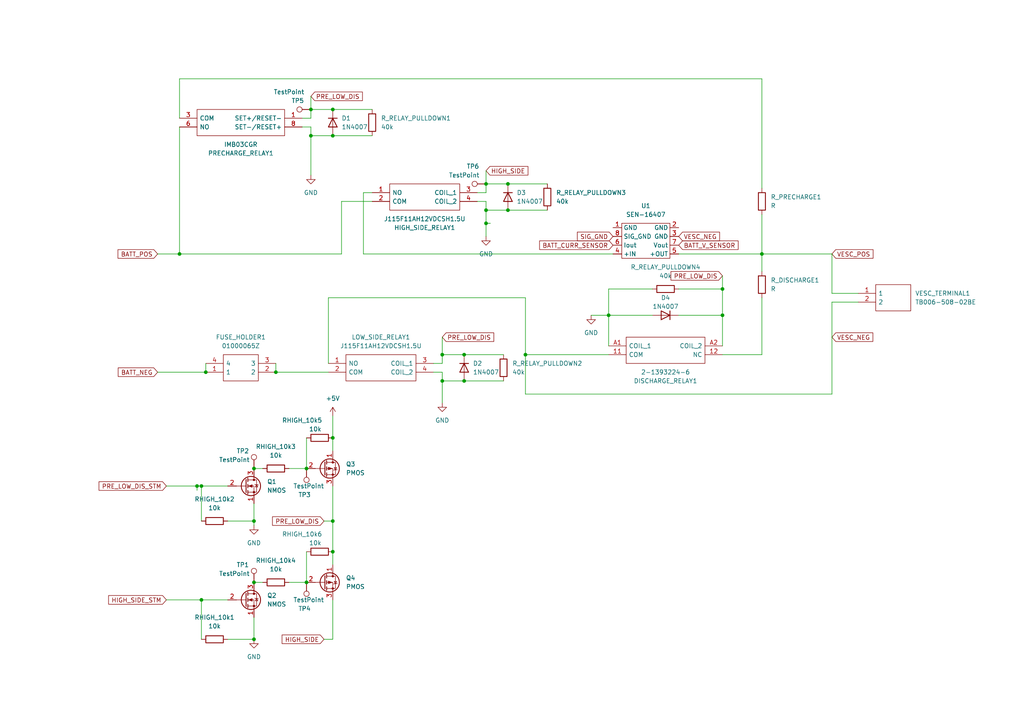
<source format=kicad_sch>
(kicad_sch (version 20211123) (generator eeschema)
  (paper "A4")
  (lib_symbols
    (symbol "Connector:TestPoint" (pin_numbers hide) (pin_names (offset 0.762) hide)
      (property "Reference" "TP" (at 0 6.858 0))
      (property "Value" "TestPoint" (at 0 5.08 0))
      (symbol "TestPoint_0_1"
        (circle (center 0 3.302) (radius 0.762))
      )
      (symbol "TestPoint_1_1"
        (pin passive line (at 0 0 90) (length 2.54) (name "1") (number "1"))
      )
    )
    (symbol "Device:Q_PMOS_DGS" (pin_names (offset 0) hide)
      (property "Reference" "Q" (at 5.08 1.27 0))
      (property "Value" "Q_PMOS_DGS" (at 5.08 -1.27 0))
      (symbol "Q_PMOS_DGS_0_1"
        (polyline (pts (xy 0.254 0) (xy -2.54 0)))
        (polyline (pts (xy 0.254 1.905) (xy 0.254 -1.905)) (stroke (width 0.254)))
        (polyline (pts (xy 0.762 -1.27) (xy 0.762 -2.286)) (stroke (width 0.254)))
        (polyline (pts (xy 0.762 0.508) (xy 0.762 -0.508)) (stroke (width 0.254)))
        (polyline (pts (xy 0.762 2.286) (xy 0.762 1.27)) (stroke (width 0.254)))
        (polyline (pts (xy 2.54 2.54) (xy 2.54 1.778)))
        (polyline (pts (xy 2.54 -2.54) (xy 2.54 0) (xy 0.762 0)))
        (polyline (pts (xy 0.762 1.778) (xy 3.302 1.778) (xy 3.302 -1.778) (xy 0.762 -1.778)))
        (polyline (pts (xy 2.286 0) (xy 1.27 0.381) (xy 1.27 -0.381) (xy 2.286 0)) (fill (type outline)))
        (polyline (pts (xy 2.794 -0.508) (xy 2.921 -0.381) (xy 3.683 -0.381) (xy 3.81 -0.254)))
        (polyline (pts (xy 3.302 -0.381) (xy 2.921 0.254) (xy 3.683 0.254) (xy 3.302 -0.381)))
        (circle (center 1.651 0) (radius 2.794) (stroke (width 0.254)))
        (circle (center 2.54 -1.778) (radius 0.254) (fill (type outline)))
        (circle (center 2.54 1.778) (radius 0.254) (fill (type outline)))
      )
      (symbol "Q_PMOS_DGS_1_1"
        (pin passive line (at 2.54 5.08 270) (length 2.54) (name "D") (number "1"))
        (pin input line (at -5.08 0 0) (length 2.54) (name "G") (number "2"))
        (pin passive line (at 2.54 -5.08 90) (length 2.54) (name "S") (number "3"))
      )
    )
    (symbol "Device:R" (pin_numbers hide) (pin_names (offset 0))
      (property "Reference" "R" (at 2.032 0 90))
      (property "Value" "R" (at 0 0 90))
      (symbol "R_0_1"
        (rectangle (start -1.016 -2.54) (end 1.016 2.54) (stroke (width 0.254)))
      )
      (symbol "R_1_1"
        (pin passive line (at 0 3.81 270) (length 1.27) (name "~") (number "1"))
        (pin passive line (at 0 -3.81 90) (length 1.27) (name "~") (number "2"))
      )
    )
    (symbol "Diode:1N4007" (pin_numbers hide) (pin_names (offset 1.016) hide)
      (property "Reference" "D" (at 0 2.54 0))
      (property "Value" "1N4007" (at 0 -2.54 0))
      (symbol "1N4007_0_1"
        (polyline (pts (xy -1.27 1.27) (xy -1.27 -1.27)) (stroke (width 0.254)))
        (polyline (pts (xy 1.27 0) (xy -1.27 0)))
        (polyline (pts (xy 1.27 1.27) (xy 1.27 -1.27) (xy -1.27 0) (xy 1.27 1.27)) (stroke (width 0.254)))
      )
      (symbol "1N4007_1_1"
        (pin passive line (at -3.81 0 0) (length 2.54) (name "K") (number "1"))
        (pin passive line (at 3.81 0 180) (length 2.54) (name "A") (number "2"))
      )
    )
    (symbol "MECC-CUI-Screw-terminal:TB006-508-02BE" (pin_names (offset 0.762))
      (property "Reference" "J" (at 16.51 7.62 0))
      (property "Value" "TB006-508-02BE" (at 16.51 5.08 0))
      (symbol "TB006-508-02BE_0_0"
        (pin passive line (at 0 0 0) (length 5.08) (name "1") (number "1"))
        (pin passive line (at 0 -2.54 0) (length 5.08) (name "2") (number "2"))
      )
      (symbol "TB006-508-02BE_0_1"
        (polyline (pts (xy 5.08 2.54) (xy 15.24 2.54) (xy 15.24 -5.08) (xy 5.08 -5.08) (xy 5.08 2.54)) (stroke (width 0.1524)))
      )
    )
    (symbol "MECC-Discharge-relay:2-1393224-6" (pin_names (offset 0.762))
      (property "Reference" "DISCHARGE_RELAY1" (at 16.51 -10.16 0))
      (property "Value" "2-1393224-6" (at 16.51 -7.62 0))
      (symbol "2-1393224-6_0_0"
        (pin passive line (at 0 -2.54 0) (length 5.08) (name "COM") (number "11"))
        (pin passive line (at 33.02 -2.54 180) (length 5.08) (name "NC") (number "12"))
        (pin passive line (at 0 0 0) (length 5.08) (name "COIL_1") (number "A1"))
        (pin passive line (at 33.02 0 180) (length 5.08) (name "COIL_2") (number "A2"))
      )
      (symbol "2-1393224-6_0_1"
        (polyline (pts (xy 5.08 2.54) (xy 27.94 2.54) (xy 27.94 -5.08) (xy 5.08 -5.08) (xy 5.08 2.54)) (stroke (width 0.1524)))
      )
    )
    (symbol "MECC-Fuse-holder:01000065Z" (pin_names (offset 0.762))
      (property "Reference" "F" (at 16.51 7.62 0))
      (property "Value" "01000065Z" (at 16.51 5.08 0))
      (symbol "01000065Z_0_0"
        (pin passive line (at 0 -2.54 0) (length 5.08) (name "1") (number "1"))
        (pin passive line (at 20.32 -2.54 180) (length 5.08) (name "2") (number "2"))
        (pin passive line (at 20.32 0 180) (length 5.08) (name "3") (number "3"))
        (pin passive line (at 0 0 0) (length 5.08) (name "4") (number "4"))
      )
      (symbol "01000065Z_0_1"
        (polyline (pts (xy 5.08 2.54) (xy 15.24 2.54) (xy 15.24 -5.08) (xy 5.08 -5.08) (xy 5.08 2.54)) (stroke (width 0.1524)))
      )
    )
    (symbol "MECC-HV-relay:J115F11AH12VDCSH1.5U" (pin_names (offset 0.762))
      (property "Reference" "K" (at 26.67 7.62 0))
      (property "Value" "J115F11AH12VDCSH1.5U" (at 26.67 5.08 0))
      (property "Footprint" "J115F11AH12VDCSH15U" (at 26.67 2.54 0))
      (symbol "J115F11AH12VDCSH1.5U_0_0"
        (pin passive line (at 0 0 0) (length 5.08) (name "NO") (number "1"))
        (pin passive line (at 0 -2.54 0) (length 5.08) (name "COM") (number "2"))
        (pin passive line (at 30.48 0 180) (length 5.08) (name "COIL_1") (number "3"))
        (pin passive line (at 30.48 -2.54 180) (length 5.08) (name "COIL_2") (number "4"))
      )
      (symbol "J115F11AH12VDCSH1.5U_0_1"
        (polyline (pts (xy 5.08 2.54) (xy 25.4 2.54) (xy 25.4 -5.08) (xy 5.08 -5.08) (xy 5.08 2.54)) (stroke (width 0.1524)))
      )
    )
    (symbol "MECC-Precharge-relay:IMB03CGR" (pin_names (offset 0.762))
      (property "Reference" "K" (at 31.75 7.62 0))
      (property "Value" "IMB03CGR" (at 31.75 5.08 0))
      (symbol "IMB03CGR_0_0"
        (pin passive line (at 0 -2.54 0) (length 5.08) (name "SET+/RESET-") (number "1"))
        (pin passive line (at 35.56 -2.54 180) (length 5.08) (name "COM") (number "3"))
        (pin passive line (at 35.56 0 180) (length 5.08) (name "NO") (number "6"))
        (pin passive line (at 0 0 0) (length 5.08) (name "SET-/RESET+") (number "8"))
      )
      (symbol "IMB03CGR_0_1"
        (polyline (pts (xy 5.08 2.54) (xy 30.48 2.54) (xy 30.48 -5.08) (xy 5.08 -5.08) (xy 5.08 2.54)) (stroke (width 0.1524)))
      )
    )
    (symbol "MECC-SEN-16407:SEN-16407"
      (property "Reference" "U1" (at 6.985 5.08 0))
      (property "Value" "SEN-16407" (at 6.985 2.54 0))
      (symbol "SEN-16407_0_1"
        (rectangle (start 0 0) (end 13.97 -10.16))
      )
      (symbol "SEN-16407_1_1"
        (pin passive line (at -2.54 -1.27 0) (length 2.54) (name "GND") (number "1"))
        (pin passive line (at 16.51 -1.27 180) (length 2.54) (name "GND") (number "2"))
        (pin passive line (at 16.51 -3.81 180) (length 2.54) (name "GND") (number "3"))
        (pin bidirectional line (at -2.54 -8.89 0) (length 2.54) (name "+IN") (number "4"))
        (pin bidirectional line (at 16.51 -8.89 180) (length 2.54) (name "+OUT") (number "5"))
        (pin output line (at -2.54 -6.35 0) (length 2.54) (name "Iout") (number "6"))
        (pin output line (at 16.51 -6.35 180) (length 2.54) (name "Vout") (number "7"))
        (pin passive line (at -2.54 -3.81 0) (length 2.54) (name "SIG_GND") (number "8"))
      )
    )
    (symbol "Transistor_FET:2N7000" (pin_names hide)
      (property "Reference" "Q" (at 5.08 1.905 0))
      (property "Value" "2N7000" (at 5.08 0 0))
      (symbol "2N7000_0_1"
        (polyline (pts (xy 0.254 0) (xy -2.54 0)))
        (polyline (pts (xy 0.254 1.905) (xy 0.254 -1.905)) (stroke (width 0.254)))
        (polyline (pts (xy 0.762 -1.27) (xy 0.762 -2.286)) (stroke (width 0.254)))
        (polyline (pts (xy 0.762 0.508) (xy 0.762 -0.508)) (stroke (width 0.254)))
        (polyline (pts (xy 0.762 2.286) (xy 0.762 1.27)) (stroke (width 0.254)))
        (polyline (pts (xy 2.54 2.54) (xy 2.54 1.778)))
        (polyline (pts (xy 2.54 -2.54) (xy 2.54 0) (xy 0.762 0)))
        (polyline (pts (xy 0.762 -1.778) (xy 3.302 -1.778) (xy 3.302 1.778) (xy 0.762 1.778)))
        (polyline (pts (xy 1.016 0) (xy 2.032 0.381) (xy 2.032 -0.381) (xy 1.016 0)) (fill (type outline)))
        (polyline (pts (xy 2.794 0.508) (xy 2.921 0.381) (xy 3.683 0.381) (xy 3.81 0.254)))
        (polyline (pts (xy 3.302 0.381) (xy 2.921 -0.254) (xy 3.683 -0.254) (xy 3.302 0.381)))
        (circle (center 1.651 0) (radius 2.794) (stroke (width 0.254)))
        (circle (center 2.54 -1.778) (radius 0.254) (fill (type outline)))
        (circle (center 2.54 1.778) (radius 0.254) (fill (type outline)))
      )
      (symbol "2N7000_1_1"
        (pin passive line (at 2.54 -5.08 90) (length 2.54) (name "S") (number "1"))
        (pin input line (at -5.08 0 0) (length 2.54) (name "G") (number "2"))
        (pin passive line (at 2.54 5.08 270) (length 2.54) (name "D") (number "3"))
      )
    )
    (symbol "power:+5V" (power) (pin_names (offset 0))
      (property "Value" "+5V" (at 0 3.556 0))
      (symbol "+5V_0_1"
        (polyline (pts (xy -0.762 1.27) (xy 0 2.54)))
        (polyline (pts (xy 0 0) (xy 0 2.54)))
        (polyline (pts (xy 0 2.54) (xy 0.762 1.27)))
      )
      (symbol "+5V_1_1"
        (pin power_in line (at 0 0 90) (length 0) hide (name "+5V") (number "1"))
      )
    )
    (symbol "power:GND" (power) (pin_names (offset 0))
      (property "Value" "GND" (at 0 -3.81 0))
      (symbol "GND_0_1"
        (polyline (pts (xy 0 0) (xy 0 -1.27) (xy 1.27 -1.27) (xy 0 -2.54) (xy -1.27 -1.27) (xy 0 -1.27)))
      )
      (symbol "GND_1_1"
        (pin power_in line (at 0 0 270) (length 0) hide (name "GND") (number "1"))
      )
    )
  )
  (junction (at 128.27 102.87))
  (junction (at 128.27 110.49))
  (junction (at 96.52 151.13))
  (junction (at 58.42 140.97))
  (junction (at 52.07 73.66))
  (junction (at 59.69 107.95))
  (junction (at 140.97 60.96))
  (junction (at 88.9 135.89))
  (junction (at 96.52 31.75))
  (junction (at 209.55 91.44))
  (junction (at 147.32 53.34))
  (junction (at 73.66 135.89))
  (junction (at 152.4 102.87))
  (junction (at 96.52 127))
  (junction (at 140.97 64.77))
  (junction (at 134.62 110.49))
  (junction (at 88.9 168.91))
  (junction (at 176.53 91.44))
  (junction (at 73.66 168.91))
  (junction (at 96.52 39.37))
  (junction (at 90.17 39.37))
  (junction (at 134.62 102.87))
  (junction (at 80.01 107.95))
  (junction (at 73.66 151.13))
  (junction (at 73.66 185.42))
  (junction (at 147.32 60.96))
  (junction (at 96.52 160.02))
  (junction (at 140.97 53.34))
  (junction (at 209.55 83.82))
  (junction (at 57.15 140.97))
  (junction (at 58.42 173.99))
  (junction (at 220.98 73.66))
  (junction (at 90.17 31.75))
  (wire (pts (xy 90.17 39.37) (xy 90.17 50.8)))
  (wire (pts (xy 96.52 31.75) (xy 107.95 31.75)))
  (wire (pts (xy 140.97 60.96) (xy 140.97 64.77)))
  (wire (pts (xy 80.01 105.41) (xy 80.01 107.95)))
  (wire (pts (xy 58.42 151.13) (xy 58.42 140.97)))
  (wire (pts (xy 140.97 55.88) (xy 138.43 55.88)))
  (wire (pts (xy 96.52 140.97) (xy 96.52 151.13)))
  (wire (pts (xy 96.52 151.13) (xy 96.52 160.02)))
  (wire (pts (xy 90.17 31.75) (xy 90.17 34.29)))
  (wire (pts (xy 73.66 151.13) (xy 73.66 152.4)))
  (wire (pts (xy 152.4 102.87) (xy 176.53 102.87)))
  (wire (pts (xy 52.07 73.66) (xy 45.72 73.66)))
  (wire (pts (xy 96.52 160.02) (xy 96.52 163.83)))
  (wire (pts (xy 152.4 86.36) (xy 152.4 102.87)))
  (wire (pts (xy 73.66 146.05) (xy 73.66 151.13)))
  (wire (pts (xy 107.95 58.42) (xy 99.06 58.42)))
  (wire (pts (xy 220.98 86.36) (xy 220.98 102.87)))
  (wire (pts (xy 99.06 73.66) (xy 52.07 73.66)))
  (wire (pts (xy 105.41 55.88) (xy 107.95 55.88)))
  (wire (pts (xy 176.53 100.33) (xy 176.53 91.44)))
  (wire (pts (xy 196.85 73.66) (xy 220.98 73.66)))
  (wire (pts (xy 105.41 55.88) (xy 105.41 73.66)))
  (wire (pts (xy 209.55 80.01) (xy 209.55 83.82)))
  (wire (pts (xy 134.62 102.87) (xy 146.05 102.87)))
  (wire (pts (xy 140.97 53.34) (xy 147.32 53.34)))
  (wire (pts (xy 140.97 49.53) (xy 140.97 53.34)))
  (wire (pts (xy 96.52 173.99) (xy 96.52 185.42)))
  (wire (pts (xy 241.3 73.66) (xy 241.3 85.09)))
  (wire (pts (xy 105.41 73.66) (xy 177.8 73.66)))
  (wire (pts (xy 83.82 168.91) (xy 88.9 168.91)))
  (wire (pts (xy 176.53 91.44) (xy 189.23 91.44)))
  (wire (pts (xy 140.97 64.77) (xy 142.24 64.77)))
  (wire (pts (xy 140.97 60.96) (xy 140.97 58.42)))
  (wire (pts (xy 90.17 31.75) (xy 96.52 31.75)))
  (wire (pts (xy 66.04 151.13) (xy 73.66 151.13)))
  (wire (pts (xy 128.27 102.87) (xy 134.62 102.87)))
  (wire (pts (xy 52.07 36.83) (xy 52.07 73.66)))
  (wire (pts (xy 128.27 110.49) (xy 134.62 110.49)))
  (wire (pts (xy 95.25 86.36) (xy 95.25 105.41)))
  (wire (pts (xy 220.98 73.66) (xy 220.98 78.74)))
  (wire (pts (xy 96.52 120.65) (xy 96.52 127)))
  (wire (pts (xy 220.98 54.61) (xy 220.98 22.86)))
  (wire (pts (xy 128.27 97.79) (xy 128.27 102.87)))
  (wire (pts (xy 96.52 39.37) (xy 107.95 39.37)))
  (wire (pts (xy 76.2 168.91) (xy 73.66 168.91)))
  (wire (pts (xy 140.97 60.96) (xy 147.32 60.96)))
  (wire (pts (xy 58.42 173.99) (xy 66.04 173.99)))
  (wire (pts (xy 87.63 36.83) (xy 90.17 36.83)))
  (wire (pts (xy 88.9 160.02) (xy 88.9 168.91)))
  (wire (pts (xy 128.27 102.87) (xy 128.27 105.41)))
  (wire (pts (xy 59.69 107.95) (xy 45.72 107.95)))
  (wire (pts (xy 57.15 142.24) (xy 57.15 140.97)))
  (wire (pts (xy 220.98 22.86) (xy 52.07 22.86)))
  (wire (pts (xy 59.69 105.41) (xy 59.69 107.95)))
  (wire (pts (xy 241.3 87.63) (xy 248.92 87.63)))
  (wire (pts (xy 152.4 86.36) (xy 95.25 86.36)))
  (wire (pts (xy 241.3 73.66) (xy 220.98 73.66)))
  (wire (pts (xy 90.17 39.37) (xy 96.52 39.37)))
  (wire (pts (xy 196.85 83.82) (xy 209.55 83.82)))
  (wire (pts (xy 128.27 107.95) (xy 125.73 107.95)))
  (wire (pts (xy 147.32 60.96) (xy 158.75 60.96)))
  (wire (pts (xy 138.43 58.42) (xy 140.97 58.42)))
  (wire (pts (xy 147.32 53.34) (xy 158.75 53.34)))
  (wire (pts (xy 58.42 173.99) (xy 58.42 185.42)))
  (wire (pts (xy 128.27 110.49) (xy 128.27 107.95)))
  (wire (pts (xy 96.52 151.13) (xy 93.98 151.13)))
  (wire (pts (xy 189.23 83.82) (xy 176.53 83.82)))
  (wire (pts (xy 134.62 110.49) (xy 146.05 110.49)))
  (wire (pts (xy 128.27 105.41) (xy 125.73 105.41)))
  (wire (pts (xy 171.45 91.44) (xy 176.53 91.44)))
  (wire (pts (xy 52.07 22.86) (xy 52.07 34.29)))
  (wire (pts (xy 140.97 68.58) (xy 140.97 64.77)))
  (wire (pts (xy 209.55 91.44) (xy 209.55 100.33)))
  (wire (pts (xy 99.06 58.42) (xy 99.06 73.66)))
  (wire (pts (xy 96.52 127) (xy 96.52 130.81)))
  (wire (pts (xy 93.98 185.42) (xy 96.52 185.42)))
  (wire (pts (xy 48.26 173.99) (xy 58.42 173.99)))
  (wire (pts (xy 128.27 116.84) (xy 128.27 110.49)))
  (wire (pts (xy 76.2 135.89) (xy 73.66 135.89)))
  (wire (pts (xy 196.85 91.44) (xy 209.55 91.44)))
  (wire (pts (xy 48.26 140.97) (xy 57.15 140.97)))
  (wire (pts (xy 241.3 85.09) (xy 248.92 85.09)))
  (wire (pts (xy 90.17 39.37) (xy 90.17 36.83)))
  (wire (pts (xy 57.15 140.97) (xy 58.42 140.97)))
  (wire (pts (xy 88.9 127) (xy 88.9 135.89)))
  (wire (pts (xy 73.66 179.07) (xy 73.66 185.42)))
  (wire (pts (xy 95.25 107.95) (xy 80.01 107.95)))
  (wire (pts (xy 220.98 62.23) (xy 220.98 73.66)))
  (wire (pts (xy 152.4 102.87) (xy 152.4 114.3)))
  (wire (pts (xy 140.97 53.34) (xy 140.97 55.88)))
  (wire (pts (xy 152.4 114.3) (xy 241.3 114.3)))
  (wire (pts (xy 66.04 185.42) (xy 73.66 185.42)))
  (wire (pts (xy 58.42 140.97) (xy 66.04 140.97)))
  (wire (pts (xy 220.98 102.87) (xy 209.55 102.87)))
  (wire (pts (xy 241.3 87.63) (xy 241.3 114.3)))
  (wire (pts (xy 176.53 83.82) (xy 176.53 91.44)))
  (wire (pts (xy 90.17 27.94) (xy 90.17 31.75)))
  (wire (pts (xy 83.82 135.89) (xy 88.9 135.89)))
  (wire (pts (xy 90.17 34.29) (xy 87.63 34.29)))
  (wire (pts (xy 209.55 83.82) (xy 209.55 91.44)))
  (global_label "VESC_POS" (shape input) (at 241.3 73.66 0) (property "Intersheet References" "${INTERSHEET_REFS}" (effects hide)))
  (global_label "BATT_V_SENSOR" (shape input) (at 196.85 71.12 0) (property "Intersheet References" "${INTERSHEET_REFS}" (effects hide)))
  (global_label "HIGH_SIDE" (shape input) (at 93.98 185.42 180) (property "Intersheet References" "${INTERSHEET_REFS}" (effects hide)))
  (global_label "PRE_LOW_DIS" (shape input) (at 90.17 27.94 0) (property "Intersheet References" "${INTERSHEET_REFS}" (effects hide)))
  (global_label "HIGH_SIDE" (shape input) (at 140.97 49.53 0) (property "Intersheet References" "${INTERSHEET_REFS}" (effects hide)))
  (global_label "PRE_LOW_DIS" (shape input) (at 93.98 151.13 180) (property "Intersheet References" "${INTERSHEET_REFS}" (effects hide)))
  (global_label "VESC_NEG" (shape input) (at 241.3 97.79 0) (property "Intersheet References" "${INTERSHEET_REFS}" (effects hide)))
  (global_label "PRE_LOW_DIS_STM" (shape input) (at 48.26 140.97 180) (property "Intersheet References" "${INTERSHEET_REFS}" (effects hide)))
  (global_label "SIG_GND" (shape input) (at 177.8 68.58 180) (property "Intersheet References" "${INTERSHEET_REFS}" (effects hide)))
  (global_label "BATT_POS" (shape input) (at 45.72 73.66 180) (property "Intersheet References" "${INTERSHEET_REFS}" (effects hide)))
  (global_label "VESC_NEG" (shape input) (at 196.85 68.58 0) (property "Intersheet References" "${INTERSHEET_REFS}" (effects hide)))
  (global_label "PRE_LOW_DIS" (shape input) (at 209.55 80.01 180) (property "Intersheet References" "${INTERSHEET_REFS}" (effects hide)))
  (global_label "BATT_CURR_SENSOR" (shape input) (at 177.8 71.12 180) (property "Intersheet References" "${INTERSHEET_REFS}" (effects hide)))
  (global_label "HIGH_SIDE_STM" (shape input) (at 48.26 173.99 180) (property "Intersheet References" "${INTERSHEET_REFS}" (effects hide)))
  (global_label "BATT_NEG" (shape input) (at 45.72 107.95 180) (property "Intersheet References" "${INTERSHEET_REFS}" (effects hide)))
  (global_label "PRE_LOW_DIS" (shape input) (at 128.27 97.79 0) (property "Intersheet References" "${INTERSHEET_REFS}" (effects hide)))
  (symbol (lib_id "Connector:TestPoint") (at 73.66 168.91 0) (unit 1)
    (property "Reference" "TP1" (at 68.58 163.83 0) (effects (justify left)))
    (property "Value" "TestPoint" (at 63.5 166.37 0) (effects (justify left)))
    (property "Footprint" "TestPoint:TestPoint_THTPad_4.0x4.0mm_Drill2.0mm" (effects hide))
  )
  (symbol (lib_id "Transistor_FET:2N7000") (at 71.12 140.97 0) (unit 1)
    (property "Reference" "Q1" (at 77.47 139.6999 0) (effects (justify left)))
    (property "Value" "NMOS" (at 77.47 142.2399 0) (effects (justify left)))
    (property "Footprint" "Package_TO_SOT_THT:TO-92_Inline" (effects hide))
    (property "Datasheet" "https://www.vishay.com/docs/70226/70226.pdf" (effects hide))
  )
  (symbol (lib_id "Device:R") (at 220.98 82.55 180) (unit 1)
    (property "Reference" "R_DISCHARGE1" (at 223.52 81.2799 0) (effects (justify right)))
    (property "Value" "R" (at 223.52 83.8199 0) (effects (justify right)))
    (property "Footprint" "Resistor_THT:R_Axial_Power_L48.0mm_W12.5mm_P55.88mm" (effects hide))
  )
  (symbol (lib_id "MECC-SEN-16407:SEN-16407") (at 180.34 64.77 0) (unit 1)
    (property "Reference" "U1" (at 187.325 59.69 0))
    (property "Value" "SEN-16407" (at 187.325 62.23 0))
    (property "Footprint" "MECC-SEN-16407:SEN-16407" (effects hide))
  )
  (symbol (lib_id "Device:Q_PMOS_DGS") (at 93.98 135.89 0) (unit 1)
    (property "Reference" "Q3" (at 100.33 134.6199 0) (effects (justify left)))
    (property "Value" "PMOS" (at 100.33 137.1599 0) (effects (justify left)))
    (property "Footprint" "Package_TO_SOT_THT:TO-220-3_Vertical" (effects hide))
    (property "Datasheet" "https://www.vishay.com/docs/91076/91076.pdf" (effects hide))
  )
  (symbol (lib_id "MECC-HV-relay:J115F11AH12VDCSH1.5U") (at 95.25 105.41 0) (unit 1)
    (property "Reference" "LOW_SIDE_RELAY1" (at 110.49 97.79 0))
    (property "Value" "J115F11AH12VDCSH1.5U" (at 110.49 100.33 0))
    (property "Footprint" "MECC-HV-relay:J115F11AH12VDCSH15U" (effects hide))
    (property "Datasheet" "https://www.citrelay.com/Catalog Pages/RelayCatalog/J115F1.pdf" (effects hide))
    (property "Description" "RELAY GEN PURPOSE SPST 50A 12V" (effects hide))
    (property "Height" "20" (effects hide))
    (property "Manufacturer_Name" "CIT Relay & Switch" (effects hide))
    (property "Manufacturer_Part_Number" "J115F11AH12VDCSH1.5U" (effects hide))
  )
  (symbol (lib_id "Device:Q_PMOS_DGS") (at 93.98 168.91 0) (unit 1)
    (property "Reference" "Q4" (at 100.33 167.6399 0) (effects (justify left)))
    (property "Value" "PMOS" (at 100.33 170.1799 0) (effects (justify left)))
    (property "Footprint" "Package_TO_SOT_THT:TO-220-3_Vertical" (effects hide))
    (property "Datasheet" "https://www.vishay.com/docs/91076/91076.pdf" (effects hide))
  )
  (symbol (lib_id "MECC-Discharge-relay:2-1393224-6") (at 176.53 100.33 0) (unit 1)
    (property "Reference" "DISCHARGE_RELAY1" (at 193.04 110.49 0))
    (property "Value" "2-1393224-6" (at 193.04 107.95 0))
    (property "Footprint" "MECC-Discharge-relay:213932246" (effects hide))
    (property "Datasheet" "https://www.te.com/commerce/DocumentDelivery/DDEController?Action=srchrtrv&DocNm=RYII&DocType=Data+Sheet&DocLang=English&PartCntxt=2-1393224-6&DocFormat=pdf" (effects hide))
    (property "Description" "Power Relays, Standard, Monostable, DC, 223 mW Coil Power Rating DC, 112  Coil Resistance, SCHRACK Miniature Power PCB RYII" (effects hide))
    (property "Height" "13" (effects hide))
    (property "Mouser Part Number" "655-2-1393224-6" (effects hide))
    (property "Mouser Price/Stock" "https://www.mouser.co.uk/ProductDetail/TE-Connectivity/2-1393224-6?qs=cmykpc0%252BXL7%2FRi07z8c%2F6w%3D%3D" (effects hide))
    (property "Manufacturer_Name" "TE Connectivity" (effects hide))
    (property "Manufacturer_Part_Number" "2-1393224-6" (effects hide))
  )
  (symbol (lib_id "power:+5V") (at 96.52 120.65 0) (unit 1)
    (property "Reference" "#PWR0102" (effects hide))
    (property "Value" "+5V" (at 96.52 115.57 0))
  )
  (symbol (lib_id "Connector:TestPoint") (at 88.9 135.89 180) (unit 1)
    (property "Reference" "TP3" (at 90.17 143.51 0) (effects (justify left)))
    (property "Value" "TestPoint" (at 93.98 140.97 0) (effects (justify left)))
    (property "Footprint" "TestPoint:TestPoint_THTPad_4.0x4.0mm_Drill2.0mm" (effects hide))
  )
  (symbol (lib_id "MECC-Precharge-relay:IMB03CGR") (at 87.63 36.83 180) (unit 1)
    (property "Reference" "PRECHARGE_RELAY1" (at 69.85 44.45 0))
    (property "Value" "IMB03CGR" (at 69.85 41.91 0))
    (property "Footprint" "MECC-Precharge-relay:IMB03CGR" (effects hide))
    (property "Datasheet" "http://www.te.com/commerce/DocumentDelivery/DDEController?Action=showdoc&DocId=Specification+Or+Standard%7F108-98024%7FG%7Fpdf%7FEnglish%7FENG_SS_108-98024_G.pdf%7F1462041-7" (effects hide))
    (property "Description" "TE CONNECTIVITY - IMB03CGR - RELAY, SIGNAL, 1NO, 250VAC, 220VDC, 2A" (effects hide))
    (property "Height" "5" (effects hide))
    (property "Mouser Part Number" "655-IMB03CGR" (effects hide))
    (property "Mouser Price/Stock" "https://www.mouser.co.uk/ProductDetail/TE-Connectivity/IMB03CGR?qs=g%252BEszo6zu8MDgyfKdF9yIA%3D%3D" (effects hide))
    (property "Manufacturer_Name" "TE Connectivity" (effects hide))
    (property "Manufacturer_Part_Number" "IMB03CGR" (effects hide))
  )
  (symbol (lib_id "Device:R") (at 62.23 151.13 270) (unit 1)
    (property "Reference" "RHIGH_10k2" (at 62.23 144.78 90))
    (property "Value" "10k" (at 62.23 147.32 90))
    (property "Footprint" "Resistor_THT:R_Box_L14.0mm_W5.0mm_P9.00mm" (effects hide))
  )
  (symbol (lib_id "Diode:1N4007") (at 96.52 35.56 270) (unit 1)
    (property "Reference" "D1" (at 99.06 34.2899 90) (effects (justify left)))
    (property "Value" "1N4007" (at 99.06 36.8299 90) (effects (justify left)))
    (property "Footprint" "Diode_THT:D_DO-41_SOD81_P10.16mm_Horizontal" (effects hide))
    (property "Datasheet" "http://www.vishay.com/docs/88503/1n4001.pdf" (effects hide))
  )
  (symbol (lib_id "Device:R") (at 92.71 127 90) (unit 1)
    (property "Reference" "RHIGH_10k5" (at 87.63 121.92 90))
    (property "Value" "10k" (at 91.44 124.46 90))
    (property "Footprint" "Resistor_THT:R_Box_L14.0mm_W5.0mm_P9.00mm" (effects hide))
  )
  (symbol (lib_id "power:GND") (at 140.97 68.58 0) (unit 1)
    (property "Reference" "#PWR0104" (effects hide))
    (property "Value" "GND" (at 140.97 73.66 0))
  )
  (symbol (lib_id "Device:R") (at 220.98 58.42 180) (unit 1)
    (property "Reference" "R_PRECHARGE1" (at 223.52 57.1499 0) (effects (justify right)))
    (property "Value" "R" (at 223.52 59.6899 0) (effects (justify right)))
    (property "Footprint" "Resistor_THT:R_Axial_Power_L48.0mm_W12.5mm_P55.88mm" (effects hide))
  )
  (symbol (lib_id "Connector:TestPoint") (at 140.97 53.34 90) (unit 1)
    (property "Reference" "TP6" (at 137.16 48.26 90))
    (property "Value" "TestPoint" (at 134.62 50.8 90))
    (property "Footprint" "TestPoint:TestPoint_THTPad_4.0x4.0mm_Drill2.0mm" (effects hide))
  )
  (symbol (lib_id "Device:R") (at 107.95 35.56 180) (unit 1)
    (property "Reference" "R_RELAY_PULLDOWN1" (at 110.49 34.2899 0) (effects (justify right)))
    (property "Value" "40k" (at 110.49 36.8299 0) (effects (justify right)))
    (property "Footprint" "Resistor_THT:R_Box_L14.0mm_W5.0mm_P9.00mm" (effects hide))
  )
  (symbol (lib_id "Device:R") (at 158.75 57.15 180) (unit 1)
    (property "Reference" "R_RELAY_PULLDOWN3" (at 161.29 55.8799 0) (effects (justify right)))
    (property "Value" "40k" (at 161.29 58.4199 0) (effects (justify right)))
    (property "Footprint" "Resistor_THT:R_Box_L14.0mm_W5.0mm_P9.00mm" (effects hide))
  )
  (symbol (lib_id "MECC-HV-relay:J115F11AH12VDCSH1.5U") (at 107.95 55.88 0) (unit 1)
    (property "Reference" "HIGH_SIDE_RELAY1" (at 123.19 66.04 0))
    (property "Value" "J115F11AH12VDCSH1.5U" (at 123.19 63.5 0))
    (property "Footprint" "J115F11AH12VDCSH15U" (effects hide))
    (property "Datasheet" "https://www.citrelay.com/Catalog Pages/RelayCatalog/J115F1.pdf" (effects hide))
    (property "Description" "RELAY GEN PURPOSE SPST 50A 12V" (effects hide))
    (property "Height" "20" (effects hide))
    (property "Manufacturer_Name" "CIT Relay & Switch" (effects hide))
    (property "Manufacturer_Part_Number" "J115F11AH12VDCSH1.5U" (effects hide))
  )
  (symbol (lib_id "power:GND") (at 73.66 152.4 0) (unit 1)
    (property "Reference" "#PWR0106" (effects hide))
    (property "Value" "GND" (at 73.66 157.48 0))
  )
  (symbol (lib_id "Device:R") (at 146.05 106.68 180) (unit 1)
    (property "Reference" "R_RELAY_PULLDOWN2" (at 148.59 105.4099 0) (effects (justify right)))
    (property "Value" "40k" (at 148.59 107.9499 0) (effects (justify right)))
    (property "Footprint" "Resistor_THT:R_Box_L14.0mm_W5.0mm_P9.00mm" (effects hide))
  )
  (symbol (lib_id "Device:R") (at 92.71 160.02 90) (unit 1)
    (property "Reference" "RHIGH_10k6" (at 87.63 154.94 90))
    (property "Value" "10k" (at 91.44 157.48 90))
    (property "Footprint" "Resistor_THT:R_Box_L14.0mm_W5.0mm_P9.00mm" (effects hide))
  )
  (symbol (lib_id "Diode:1N4007") (at 193.04 91.44 180) (unit 1)
    (property "Reference" "D4" (at 193.04 86.36 0))
    (property "Value" "1N4007" (at 193.04 88.9 0))
    (property "Footprint" "Diode_THT:D_DO-41_SOD81_P10.16mm_Horizontal" (effects hide))
    (property "Datasheet" "http://www.vishay.com/docs/88503/1n4001.pdf" (effects hide))
  )
  (symbol (lib_id "Device:R") (at 193.04 83.82 270) (unit 1)
    (property "Reference" "R_RELAY_PULLDOWN4" (at 193.04 77.47 90))
    (property "Value" "40k" (at 193.04 80.01 90))
    (property "Footprint" "Resistor_THT:R_Box_L14.0mm_W5.0mm_P9.00mm" (effects hide))
  )
  (symbol (lib_id "Diode:1N4007") (at 147.32 57.15 270) (unit 1)
    (property "Reference" "D3" (at 149.86 55.8799 90) (effects (justify left)))
    (property "Value" "1N4007" (at 149.86 58.4199 90) (effects (justify left)))
    (property "Footprint" "Diode_THT:D_DO-41_SOD81_P10.16mm_Horizontal" (effects hide))
    (property "Datasheet" "http://www.vishay.com/docs/88503/1n4001.pdf" (effects hide))
  )
  (symbol (lib_id "power:GND") (at 171.45 91.44 0) (unit 1)
    (property "Reference" "#PWR0105" (effects hide))
    (property "Value" "GND" (at 171.45 96.52 0))
  )
  (symbol (lib_id "Connector:TestPoint") (at 90.17 31.75 90) (mirror x) (unit 1)
    (property "Reference" "TP5" (at 86.36 29.21 90))
    (property "Value" "TestPoint" (at 83.82 26.67 90))
    (property "Footprint" "TestPoint:TestPoint_THTPad_4.0x4.0mm_Drill2.0mm" (effects hide))
  )
  (symbol (lib_id "Connector:TestPoint") (at 73.66 135.89 0) (unit 1)
    (property "Reference" "TP2" (at 68.58 130.81 0) (effects (justify left)))
    (property "Value" "TestPoint" (at 63.5 133.35 0) (effects (justify left)))
    (property "Footprint" "TestPoint:TestPoint_THTPad_4.0x4.0mm_Drill2.0mm" (effects hide))
  )
  (symbol (lib_id "Diode:1N4007") (at 134.62 106.68 270) (unit 1)
    (property "Reference" "D2" (at 137.16 105.4099 90) (effects (justify left)))
    (property "Value" "1N4007" (at 137.16 107.9499 90) (effects (justify left)))
    (property "Footprint" "Diode_THT:D_DO-41_SOD81_P10.16mm_Horizontal" (effects hide))
    (property "Datasheet" "http://www.vishay.com/docs/88503/1n4001.pdf" (effects hide))
  )
  (symbol (lib_id "Device:R") (at 62.23 185.42 270) (unit 1)
    (property "Reference" "RHIGH_10k1" (at 62.23 179.07 90))
    (property "Value" "10k" (at 62.23 181.61 90))
    (property "Footprint" "Resistor_THT:R_Box_L14.0mm_W5.0mm_P9.00mm" (effects hide))
  )
  (symbol (lib_id "Transistor_FET:2N7000") (at 71.12 173.99 0) (unit 1)
    (property "Reference" "Q2" (at 77.47 172.7199 0) (effects (justify left)))
    (property "Value" "NMOS" (at 77.47 175.2599 0) (effects (justify left)))
    (property "Footprint" "Package_TO_SOT_THT:TO-92_Inline" (effects hide))
    (property "Datasheet" "https://www.vishay.com/docs/70226/70226.pdf" (effects hide))
  )
  (symbol (lib_id "power:GND") (at 73.66 185.42 0) (unit 1)
    (property "Reference" "#PWR0101" (effects hide))
    (property "Value" "GND" (at 73.66 190.5 0))
  )
  (symbol (lib_id "power:GND") (at 128.27 116.84 0) (unit 1)
    (property "Reference" "#PWR0103" (effects hide))
    (property "Value" "GND" (at 128.27 121.92 0))
  )
  (symbol (lib_id "Device:R") (at 80.01 168.91 270) (unit 1)
    (property "Reference" "RHIGH_10k4" (at 80.01 162.56 90))
    (property "Value" "10k" (at 80.01 165.1 90))
    (property "Footprint" "Resistor_THT:R_Box_L14.0mm_W5.0mm_P9.00mm" (effects hide))
  )
  (symbol (lib_id "Connector:TestPoint") (at 88.9 168.91 180) (unit 1)
    (property "Reference" "TP4" (at 90.17 176.53 0) (effects (justify left)))
    (property "Value" "TestPoint" (at 93.98 173.99 0) (effects (justify left)))
    (property "Footprint" "TestPoint:TestPoint_THTPad_4.0x4.0mm_Drill2.0mm" (effects hide))
  )
  (symbol (lib_id "MECC-CUI-Screw-terminal:TB006-508-02BE") (at 248.92 85.09 0) (unit 1)
    (property "Reference" "VESC_TERMINAL1" (at 265.43 85.0899 0) (effects (justify left)))
    (property "Value" "TB006-508-02BE" (at 265.43 87.6299 0) (effects (justify left)))
    (property "Footprint" "TB00650802BE" (effects hide))
    (property "Datasheet" "https://datasheet.datasheetarchive.com/originals/distributors/Datasheets_SAMA/b266c411a02422edb513b788238f8420.pdf" (effects hide))
    (property "Description" "Fixed Terminal Blocks screw type, 5.08 , horizontal, 2 poles, CUI Blue, slotted screw, PCB mount" (effects hide))
    (property "Height" "10.4" (effects hide))
    (property "Manufacturer_Name" "CUI Devices" (effects hide))
    (property "Manufacturer_Part_Number" "TB006-508-02BE" (effects hide))
    (property "Mouser Part Number" "490-TB006-508-02BE" (effects hide))
    (property "Mouser Price/Stock" "https://www.mouser.co.uk/ProductDetail/CUI-Devices/TB006-508-02BE?qs=vLWxofP3U2wEdOVV%2FaT04w%3D%3D" (effects hide))
    (property "Arrow Part Number" "TB006-508-02BE" (effects hide))
    (property "Arrow Price/Stock" "https://www.arrow.com/en/products/tb006-508-02be/cui-devices?region=nac" (effects hide))
  )
  (symbol (lib_id "MECC-Fuse-holder:01000065Z") (at 59.69 105.41 0) (unit 1)
    (property "Reference" "FUSE_HOLDER1" (at 69.85 97.79 0))
    (property "Value" "01000065Z" (at 69.85 100.33 0))
    (property "Footprint" "01000065Z" (effects hide))
    (property "Datasheet" "https://m.littelfuse.com/~/media/electronics/datasheets/fuse_clips/littelfuse_fuseclip_100_datasheet.pdf.pdf" (effects hide))
    (property "Description" "Fuse Holder HIGH PROF. BLOCK MINI FUSE SMT 30 AMP." (effects hide))
    (property "Height" "7.37" (effects hide))
    (property "Mouser Part Number" "576-01000065Z" (effects hide))
    (property "Mouser Price/Stock" "https://www.mouser.co.uk/ProductDetail/Littelfuse/01000065Z?qs=pUKx8fyJudAcNQ9uJXIcOg%3D%3D" (effects hide))
    (property "Manufacturer_Name" "LITTELFUSE" (effects hide))
    (property "Manufacturer_Part_Number" "01000065Z" (effects hide))
  )
  (symbol (lib_id "Device:R") (at 80.01 135.89 270) (unit 1)
    (property "Reference" "RHIGH_10k3" (at 80.01 129.54 90))
    (property "Value" "10k" (at 80.01 132.08 90))
    (property "Footprint" "Resistor_THT:R_Box_L14.0mm_W5.0mm_P9.00mm" (effects hide))
  )
  (symbol (lib_id "power:GND") (at 90.17 50.8 0) (unit 1)
    (property "Reference" "#PWR0107" (effects hide))
    (property "Value" "GND" (at 90.17 55.88 0))
  )
  (sheet (at 355.6 22.86) (size 152.4 154.94) (stroke (width 0.1524))
    (property "Sheet name" "mecc-header" (at 355.6 22.1484 0) (effects (justify left bottom)))
    (property "Sheet file" "mecc-header.kicad_sch" (at 355.6 178.3846 0) (effects (justify left top)))
  )
)
</source>
